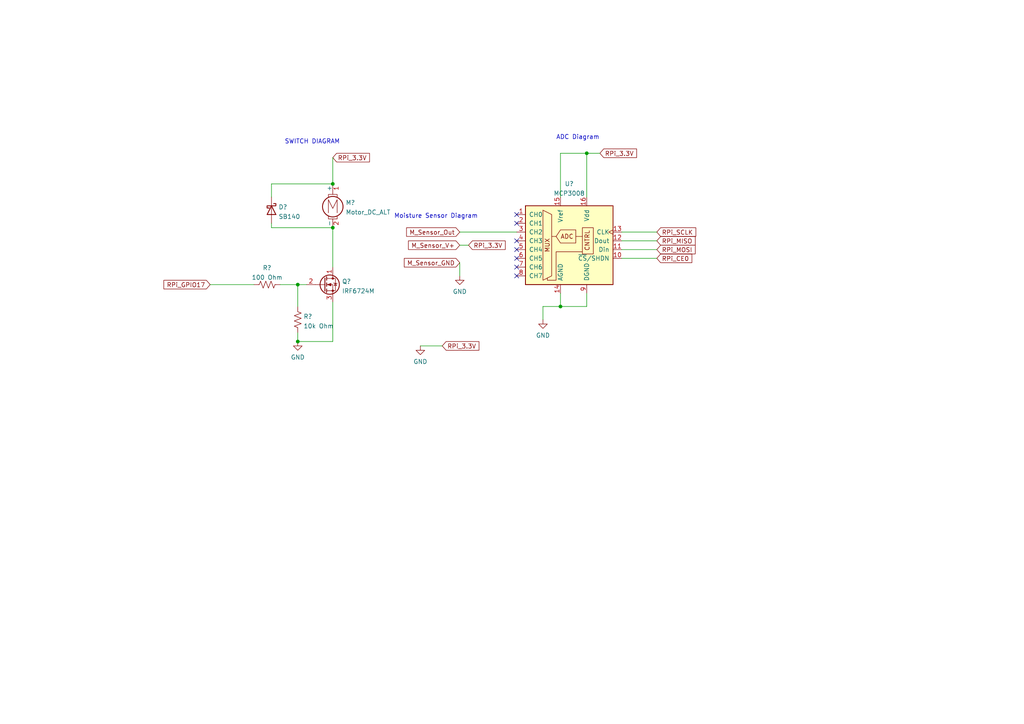
<source format=kicad_sch>
(kicad_sch (version 20210621) (generator eeschema)

  (uuid f9f7767b-19fc-42eb-9916-ed383b6f2aa2)

  (paper "A4")

  (lib_symbols
    (symbol "Analog_ADC:MCP3008" (pin_names (offset 1.016)) (in_bom yes) (on_board yes)
      (property "Reference" "U" (id 0) (at -5.08 13.335 0)
        (effects (font (size 1.27 1.27)) (justify right))
      )
      (property "Value" "MCP3008" (id 1) (at -5.08 11.43 0)
        (effects (font (size 1.27 1.27)) (justify right))
      )
      (property "Footprint" "" (id 2) (at 2.54 2.54 0)
        (effects (font (size 1.27 1.27)) hide)
      )
      (property "Datasheet" "http://ww1.microchip.com/downloads/en/DeviceDoc/21295d.pdf" (id 3) (at 2.54 2.54 0)
        (effects (font (size 1.27 1.27)) hide)
      )
      (property "ki_keywords" "12bit ADC Reference Single Supply SPI 8CH" (id 4) (at 0 0 0)
        (effects (font (size 1.27 1.27)) hide)
      )
      (property "ki_description" "A/D Converter, 10-Bit, 8-Channel, SPI Interface , 2.7V-5.5V" (id 5) (at 0 0 0)
        (effects (font (size 1.27 1.27)) hide)
      )
      (property "ki_fp_filters" "DIP*W7.62mm* SOIC*3.9x9.9mm*P1.27mm*" (id 6) (at 0 0 0)
        (effects (font (size 1.27 1.27)) hide)
      )
      (symbol "MCP3008_0_0"
        (text "ADC" (at -0.635 1.27 0)
          (effects (font (size 1.27 1.27)))
        )
        (text "CNTRL" (at 5.969 -2.921 900)
          (effects (font (size 1.27 1.27)) (justify left bottom))
        )
        (text "MUX" (at -6.35 -1.27 900)
          (effects (font (size 1.27 1.27)))
        )
      )
      (symbol "MCP3008_0_1"
        (rectangle (start 3.81 -3.81) (end 6.985 3.81)
          (stroke (width 0)) (fill (type none))
        )
        (rectangle (start 12.7 -12.7) (end -12.7 10.16)
          (stroke (width 0.254)) (fill (type background))
        )
        (polyline
          (pts
            (xy -3.81 1.27)
            (xy -5.08 1.27)
          )
          (stroke (width 0)) (fill (type none))
        )
        (polyline
          (pts
            (xy 1.905 1.27)
            (xy 3.81 1.27)
          )
          (stroke (width 0)) (fill (type none))
        )
        (polyline
          (pts
            (xy -7.62 8.89)
            (xy -7.62 -11.43)
            (xy -5.08 -10.16)
            (xy -5.08 7.62)
            (xy -7.62 8.89)
          )
          (stroke (width 0)) (fill (type none))
        )
        (polyline
          (pts
            (xy 3.81 -3.175)
            (xy -3.81 -3.175)
            (xy -3.81 -11.43)
            (xy -6.35 -11.43)
            (xy -6.35 -10.795)
          )
          (stroke (width 0)) (fill (type none))
        )
        (polyline
          (pts
            (xy 1.905 3.175)
            (xy 1.905 -0.635)
            (xy -2.54 -0.635)
            (xy -3.81 1.27)
            (xy -2.54 3.175)
            (xy 1.905 3.175)
          )
          (stroke (width 0)) (fill (type none))
        )
      )
      (symbol "MCP3008_1_1"
        (pin input line (at -15.24 7.62 0) (length 2.54)
          (name "CH0" (effects (font (size 1.27 1.27))))
          (number "1" (effects (font (size 1.27 1.27))))
        )
        (pin input line (at 15.24 -5.08 180) (length 2.54)
          (name "~{CS}/SHDN" (effects (font (size 1.27 1.27))))
          (number "10" (effects (font (size 1.27 1.27))))
        )
        (pin input line (at 15.24 -2.54 180) (length 2.54)
          (name "Din" (effects (font (size 1.27 1.27))))
          (number "11" (effects (font (size 1.27 1.27))))
        )
        (pin output line (at 15.24 0 180) (length 2.54)
          (name "Dout" (effects (font (size 1.27 1.27))))
          (number "12" (effects (font (size 1.27 1.27))))
        )
        (pin input clock (at 15.24 2.54 180) (length 2.54)
          (name "CLK" (effects (font (size 1.27 1.27))))
          (number "13" (effects (font (size 1.27 1.27))))
        )
        (pin power_in line (at -2.54 -15.24 90) (length 2.54)
          (name "AGND" (effects (font (size 1.27 1.27))))
          (number "14" (effects (font (size 1.27 1.27))))
        )
        (pin power_in line (at -2.54 12.7 270) (length 2.54)
          (name "Vref" (effects (font (size 1.27 1.27))))
          (number "15" (effects (font (size 1.27 1.27))))
        )
        (pin power_in line (at 5.08 12.7 270) (length 2.54)
          (name "Vdd" (effects (font (size 1.27 1.27))))
          (number "16" (effects (font (size 1.27 1.27))))
        )
        (pin input line (at -15.24 5.08 0) (length 2.54)
          (name "CH1" (effects (font (size 1.27 1.27))))
          (number "2" (effects (font (size 1.27 1.27))))
        )
        (pin input line (at -15.24 2.54 0) (length 2.54)
          (name "CH2" (effects (font (size 1.27 1.27))))
          (number "3" (effects (font (size 1.27 1.27))))
        )
        (pin input line (at -15.24 0 0) (length 2.54)
          (name "CH3" (effects (font (size 1.27 1.27))))
          (number "4" (effects (font (size 1.27 1.27))))
        )
        (pin input line (at -15.24 -2.54 0) (length 2.54)
          (name "CH4" (effects (font (size 1.27 1.27))))
          (number "5" (effects (font (size 1.27 1.27))))
        )
        (pin input line (at -15.24 -5.08 0) (length 2.54)
          (name "CH5" (effects (font (size 1.27 1.27))))
          (number "6" (effects (font (size 1.27 1.27))))
        )
        (pin input line (at -15.24 -7.62 0) (length 2.54)
          (name "CH6" (effects (font (size 1.27 1.27))))
          (number "7" (effects (font (size 1.27 1.27))))
        )
        (pin input line (at -15.24 -10.16 0) (length 2.54)
          (name "CH7" (effects (font (size 1.27 1.27))))
          (number "8" (effects (font (size 1.27 1.27))))
        )
        (pin power_in line (at 5.08 -15.24 90) (length 2.54)
          (name "DGND" (effects (font (size 1.27 1.27))))
          (number "9" (effects (font (size 1.27 1.27))))
        )
      )
    )
    (symbol "Device:R_US" (pin_numbers hide) (pin_names (offset 0)) (in_bom yes) (on_board yes)
      (property "Reference" "R" (id 0) (at 2.54 0 90)
        (effects (font (size 1.27 1.27)))
      )
      (property "Value" "R_US" (id 1) (at -2.54 0 90)
        (effects (font (size 1.27 1.27)))
      )
      (property "Footprint" "" (id 2) (at 1.016 -0.254 90)
        (effects (font (size 1.27 1.27)) hide)
      )
      (property "Datasheet" "~" (id 3) (at 0 0 0)
        (effects (font (size 1.27 1.27)) hide)
      )
      (property "ki_keywords" "R res resistor" (id 4) (at 0 0 0)
        (effects (font (size 1.27 1.27)) hide)
      )
      (property "ki_description" "Resistor, US symbol" (id 5) (at 0 0 0)
        (effects (font (size 1.27 1.27)) hide)
      )
      (property "ki_fp_filters" "R_*" (id 6) (at 0 0 0)
        (effects (font (size 1.27 1.27)) hide)
      )
      (symbol "R_US_0_1"
        (polyline
          (pts
            (xy 0 -2.286)
            (xy 0 -2.54)
          )
          (stroke (width 0)) (fill (type none))
        )
        (polyline
          (pts
            (xy 0 2.286)
            (xy 0 2.54)
          )
          (stroke (width 0)) (fill (type none))
        )
        (polyline
          (pts
            (xy 0 -0.762)
            (xy 1.016 -1.143)
            (xy 0 -1.524)
            (xy -1.016 -1.905)
            (xy 0 -2.286)
          )
          (stroke (width 0)) (fill (type none))
        )
        (polyline
          (pts
            (xy 0 0.762)
            (xy 1.016 0.381)
            (xy 0 0)
            (xy -1.016 -0.381)
            (xy 0 -0.762)
          )
          (stroke (width 0)) (fill (type none))
        )
        (polyline
          (pts
            (xy 0 2.286)
            (xy 1.016 1.905)
            (xy 0 1.524)
            (xy -1.016 1.143)
            (xy 0 0.762)
          )
          (stroke (width 0)) (fill (type none))
        )
      )
      (symbol "R_US_1_1"
        (pin passive line (at 0 3.81 270) (length 1.27)
          (name "~" (effects (font (size 1.27 1.27))))
          (number "1" (effects (font (size 1.27 1.27))))
        )
        (pin passive line (at 0 -3.81 90) (length 1.27)
          (name "~" (effects (font (size 1.27 1.27))))
          (number "2" (effects (font (size 1.27 1.27))))
        )
      )
    )
    (symbol "Diode:SB140" (pin_numbers hide) (pin_names (offset 1.016) hide) (in_bom yes) (on_board yes)
      (property "Reference" "D" (id 0) (at 0 2.54 0)
        (effects (font (size 1.27 1.27)))
      )
      (property "Value" "SB140" (id 1) (at 0 -2.54 0)
        (effects (font (size 1.27 1.27)))
      )
      (property "Footprint" "Diode_THT:D_DO-41_SOD81_P10.16mm_Horizontal" (id 2) (at 0 -4.445 0)
        (effects (font (size 1.27 1.27)) hide)
      )
      (property "Datasheet" "http://www.diodes.com/_files/datasheets/ds23022.pdf" (id 3) (at 0 0 0)
        (effects (font (size 1.27 1.27)) hide)
      )
      (property "ki_keywords" "diode Schottky" (id 4) (at 0 0 0)
        (effects (font (size 1.27 1.27)) hide)
      )
      (property "ki_description" "40V 1A Schottky Barrier Rectifier Diode, DO-41" (id 5) (at 0 0 0)
        (effects (font (size 1.27 1.27)) hide)
      )
      (property "ki_fp_filters" "D*DO?41*" (id 6) (at 0 0 0)
        (effects (font (size 1.27 1.27)) hide)
      )
      (symbol "SB140_0_1"
        (polyline
          (pts
            (xy 1.27 0)
            (xy -1.27 0)
          )
          (stroke (width 0)) (fill (type none))
        )
        (polyline
          (pts
            (xy 1.27 1.27)
            (xy 1.27 -1.27)
            (xy -1.27 0)
            (xy 1.27 1.27)
          )
          (stroke (width 0.254)) (fill (type none))
        )
        (polyline
          (pts
            (xy -1.905 0.635)
            (xy -1.905 1.27)
            (xy -1.27 1.27)
            (xy -1.27 -1.27)
            (xy -0.635 -1.27)
            (xy -0.635 -0.635)
          )
          (stroke (width 0.254)) (fill (type none))
        )
      )
      (symbol "SB140_1_1"
        (pin passive line (at -3.81 0 0) (length 2.54)
          (name "K" (effects (font (size 1.27 1.27))))
          (number "1" (effects (font (size 1.27 1.27))))
        )
        (pin passive line (at 3.81 0 180) (length 2.54)
          (name "A" (effects (font (size 1.27 1.27))))
          (number "2" (effects (font (size 1.27 1.27))))
        )
      )
    )
    (symbol "Motor:Motor_DC_ALT" (pin_names (offset 0)) (in_bom yes) (on_board yes)
      (property "Reference" "M" (id 0) (at 2.54 2.54 0)
        (effects (font (size 1.27 1.27)) (justify left))
      )
      (property "Value" "Motor_DC_ALT" (id 1) (at 2.54 -5.08 0)
        (effects (font (size 1.27 1.27)) (justify left top))
      )
      (property "Footprint" "" (id 2) (at 0 -2.286 0)
        (effects (font (size 1.27 1.27)) hide)
      )
      (property "Datasheet" "~" (id 3) (at 0 -2.286 0)
        (effects (font (size 1.27 1.27)) hide)
      )
      (property "ki_keywords" "DC Motor" (id 4) (at 0 0 0)
        (effects (font (size 1.27 1.27)) hide)
      )
      (property "ki_description" "DC Motor, alternative symbol" (id 5) (at 0 0 0)
        (effects (font (size 1.27 1.27)) hide)
      )
      (property "ki_fp_filters" "PinHeader*P2.54mm* TerminalBlock*" (id 6) (at 0 0 0)
        (effects (font (size 1.27 1.27)) hide)
      )
      (symbol "Motor_DC_ALT_0_0"
        (circle (center 0 -1.524) (radius 2.9718) (stroke (width 0.254)) (fill (type none)))
        (polyline
          (pts
            (xy -1.27 -4.318)
            (xy -1.27 -5.08)
            (xy 1.27 -5.08)
            (xy 1.27 -4.318)
          )
          (stroke (width 0)) (fill (type none))
        )
        (polyline
          (pts
            (xy -1.27 1.27)
            (xy -1.27 2.032)
            (xy 1.27 2.032)
            (xy 1.27 1.27)
          )
          (stroke (width 0)) (fill (type none))
        )
        (polyline
          (pts
            (xy -1.27 -3.302)
            (xy -1.27 0.508)
            (xy 0 -2.032)
            (xy 1.27 0.508)
            (xy 1.27 -3.302)
          )
          (stroke (width 0)) (fill (type none))
        )
      )
      (symbol "Motor_DC_ALT_0_1"
        (polyline
          (pts
            (xy 0 2.032)
            (xy 0 2.54)
          )
          (stroke (width 0)) (fill (type none))
        )
      )
      (symbol "Motor_DC_ALT_1_1"
        (pin passive line (at 0 5.08 270) (length 2.54)
          (name "+" (effects (font (size 1.27 1.27))))
          (number "1" (effects (font (size 1.27 1.27))))
        )
        (pin passive line (at 0 -7.62 90) (length 2.54)
          (name "-" (effects (font (size 1.27 1.27))))
          (number "2" (effects (font (size 1.27 1.27))))
        )
      )
    )
    (symbol "Transistor_FET:IRF6724M" (pin_names hide) (in_bom yes) (on_board yes)
      (property "Reference" "Q" (id 0) (at 5.08 1.905 0)
        (effects (font (size 1.27 1.27)) (justify left))
      )
      (property "Value" "IRF6724M" (id 1) (at 5.08 0 0)
        (effects (font (size 1.27 1.27)) (justify left))
      )
      (property "Footprint" "Package_DirectFET:DirectFET_MX" (id 2) (at 0 0 0)
        (effects (font (size 1.27 1.27) italic) hide)
      )
      (property "Datasheet" "https://www.infineon.com/dgdl/irf6724mpbf.pdf?fileId=5546d462533600a4015355ed51a01a94" (id 3) (at 0 0 0)
        (effects (font (size 1.27 1.27)) (justify left) hide)
      )
      (property "ki_keywords" "N-Channel MOSFET" (id 4) (at 0 0 0)
        (effects (font (size 1.27 1.27)) hide)
      )
      (property "ki_description" "27A Id, 30V Vds, 2.5mOhm Rds, N-Channel MOSFET, DirectFET MX" (id 5) (at 0 0 0)
        (effects (font (size 1.27 1.27)) hide)
      )
      (property "ki_fp_filters" "DirectFET*MX*" (id 6) (at 0 0 0)
        (effects (font (size 1.27 1.27)) hide)
      )
      (symbol "IRF6724M_0_1"
        (circle (center 1.651 0) (radius 2.794) (stroke (width 0.254)) (fill (type none)))
        (circle (center 2.54 -1.778) (radius 0.254) (stroke (width 0)) (fill (type outline)))
        (circle (center 2.54 1.778) (radius 0.254) (stroke (width 0)) (fill (type outline)))
        (polyline
          (pts
            (xy 0.254 0)
            (xy -2.54 0)
          )
          (stroke (width 0)) (fill (type none))
        )
        (polyline
          (pts
            (xy 0.254 1.905)
            (xy 0.254 -1.905)
          )
          (stroke (width 0.254)) (fill (type none))
        )
        (polyline
          (pts
            (xy 0.762 -1.27)
            (xy 0.762 -2.286)
          )
          (stroke (width 0.254)) (fill (type none))
        )
        (polyline
          (pts
            (xy 0.762 0.508)
            (xy 0.762 -0.508)
          )
          (stroke (width 0.254)) (fill (type none))
        )
        (polyline
          (pts
            (xy 0.762 2.286)
            (xy 0.762 1.27)
          )
          (stroke (width 0.254)) (fill (type none))
        )
        (polyline
          (pts
            (xy 2.54 2.54)
            (xy 2.54 1.778)
          )
          (stroke (width 0)) (fill (type none))
        )
        (polyline
          (pts
            (xy 2.54 -2.54)
            (xy 2.54 0)
            (xy 0.762 0)
          )
          (stroke (width 0)) (fill (type none))
        )
        (polyline
          (pts
            (xy 0.762 -1.778)
            (xy 3.302 -1.778)
            (xy 3.302 1.778)
            (xy 0.762 1.778)
          )
          (stroke (width 0)) (fill (type none))
        )
        (polyline
          (pts
            (xy 2.794 0.508)
            (xy 2.921 0.381)
            (xy 3.683 0.381)
            (xy 3.81 0.254)
          )
          (stroke (width 0)) (fill (type none))
        )
        (polyline
          (pts
            (xy 3.302 0.381)
            (xy 2.921 -0.254)
            (xy 3.683 -0.254)
            (xy 3.302 0.381)
          )
          (stroke (width 0)) (fill (type none))
        )
        (polyline
          (pts
            (xy 1.016 0)
            (xy 2.032 0.381)
            (xy 2.032 -0.381)
            (xy 1.016 0)
          )
          (stroke (width 0)) (fill (type outline))
        )
      )
      (symbol "IRF6724M_1_1"
        (pin passive line (at 2.54 5.08 270) (length 2.54)
          (name "D" (effects (font (size 1.27 1.27))))
          (number "1" (effects (font (size 1.27 1.27))))
        )
        (pin input line (at -5.08 0 0) (length 2.54)
          (name "G" (effects (font (size 1.27 1.27))))
          (number "2" (effects (font (size 1.27 1.27))))
        )
        (pin passive line (at 2.54 -5.08 90) (length 2.54)
          (name "S" (effects (font (size 1.27 1.27))))
          (number "3" (effects (font (size 1.27 1.27))))
        )
      )
    )
    (symbol "power:GND" (power) (pin_names (offset 0)) (in_bom yes) (on_board yes)
      (property "Reference" "#PWR" (id 0) (at 0 -6.35 0)
        (effects (font (size 1.27 1.27)) hide)
      )
      (property "Value" "GND" (id 1) (at 0 -3.81 0)
        (effects (font (size 1.27 1.27)))
      )
      (property "Footprint" "" (id 2) (at 0 0 0)
        (effects (font (size 1.27 1.27)) hide)
      )
      (property "Datasheet" "" (id 3) (at 0 0 0)
        (effects (font (size 1.27 1.27)) hide)
      )
      (property "ki_keywords" "power-flag" (id 4) (at 0 0 0)
        (effects (font (size 1.27 1.27)) hide)
      )
      (property "ki_description" "Power symbol creates a global label with name \"GND\" , ground" (id 5) (at 0 0 0)
        (effects (font (size 1.27 1.27)) hide)
      )
      (symbol "GND_0_1"
        (polyline
          (pts
            (xy 0 0)
            (xy 0 -1.27)
            (xy 1.27 -1.27)
            (xy 0 -2.54)
            (xy -1.27 -1.27)
            (xy 0 -1.27)
          )
          (stroke (width 0)) (fill (type none))
        )
      )
      (symbol "GND_1_1"
        (pin power_in line (at 0 0 270) (length 0) hide
          (name "GND" (effects (font (size 1.27 1.27))))
          (number "1" (effects (font (size 1.27 1.27))))
        )
      )
    )
  )

  (junction (at 86.36 82.55) (diameter 0) (color 0 0 0 0))
  (junction (at 86.36 99.06) (diameter 0) (color 0 0 0 0))
  (junction (at 96.52 53.34) (diameter 0) (color 0 0 0 0))
  (junction (at 96.52 66.04) (diameter 0) (color 0 0 0 0))
  (junction (at 162.56 88.9) (diameter 0) (color 0 0 0 0))
  (junction (at 170.18 44.45) (diameter 0) (color 0 0 0 0))

  (no_connect (at 149.86 62.23) (uuid 0a253e69-495a-4216-aca2-069b4365d458))
  (no_connect (at 149.86 64.77) (uuid 0a253e69-495a-4216-aca2-069b4365d458))
  (no_connect (at 149.86 69.85) (uuid 0a253e69-495a-4216-aca2-069b4365d458))
  (no_connect (at 149.86 72.39) (uuid 0a253e69-495a-4216-aca2-069b4365d458))
  (no_connect (at 149.86 74.93) (uuid 0a253e69-495a-4216-aca2-069b4365d458))
  (no_connect (at 149.86 77.47) (uuid 0a253e69-495a-4216-aca2-069b4365d458))
  (no_connect (at 149.86 80.01) (uuid 0a253e69-495a-4216-aca2-069b4365d458))

  (wire (pts (xy 60.96 82.55) (xy 73.66 82.55))
    (stroke (width 0) (type default) (color 0 0 0 0))
    (uuid a5b92ca7-e645-49cc-b8d4-7cd3bf0d1829)
  )
  (wire (pts (xy 78.74 53.34) (xy 96.52 53.34))
    (stroke (width 0) (type default) (color 0 0 0 0))
    (uuid 747603bd-13b2-4fd7-9ae0-c0f4249c53f2)
  )
  (wire (pts (xy 78.74 57.15) (xy 78.74 53.34))
    (stroke (width 0) (type default) (color 0 0 0 0))
    (uuid 747603bd-13b2-4fd7-9ae0-c0f4249c53f2)
  )
  (wire (pts (xy 78.74 66.04) (xy 78.74 64.77))
    (stroke (width 0) (type default) (color 0 0 0 0))
    (uuid 7370a2ed-7586-421e-9c65-e66740b950be)
  )
  (wire (pts (xy 81.28 82.55) (xy 86.36 82.55))
    (stroke (width 0) (type default) (color 0 0 0 0))
    (uuid 7e90c69f-00ec-4d0e-8cf7-9288ac08ac24)
  )
  (wire (pts (xy 86.36 82.55) (xy 86.36 88.9))
    (stroke (width 0) (type default) (color 0 0 0 0))
    (uuid 30f1749f-43c1-4619-b20b-c03a67ed5740)
  )
  (wire (pts (xy 86.36 82.55) (xy 88.9 82.55))
    (stroke (width 0) (type default) (color 0 0 0 0))
    (uuid 7e90c69f-00ec-4d0e-8cf7-9288ac08ac24)
  )
  (wire (pts (xy 86.36 96.52) (xy 86.36 99.06))
    (stroke (width 0) (type default) (color 0 0 0 0))
    (uuid 1e4bb722-43aa-46a3-ab47-4305276f2885)
  )
  (wire (pts (xy 96.52 45.72) (xy 96.52 53.34))
    (stroke (width 0) (type default) (color 0 0 0 0))
    (uuid e020c35a-9b8c-40da-9d51-4fc2ff2744a5)
  )
  (wire (pts (xy 96.52 66.04) (xy 78.74 66.04))
    (stroke (width 0) (type default) (color 0 0 0 0))
    (uuid 7370a2ed-7586-421e-9c65-e66740b950be)
  )
  (wire (pts (xy 96.52 66.04) (xy 96.52 77.47))
    (stroke (width 0) (type default) (color 0 0 0 0))
    (uuid a3f65b54-8acd-4681-a983-7227c6724c78)
  )
  (wire (pts (xy 96.52 87.63) (xy 96.52 99.06))
    (stroke (width 0) (type default) (color 0 0 0 0))
    (uuid 0b8e861e-746f-45a1-b2b2-0b41c9428edb)
  )
  (wire (pts (xy 96.52 99.06) (xy 86.36 99.06))
    (stroke (width 0) (type default) (color 0 0 0 0))
    (uuid 0b8e861e-746f-45a1-b2b2-0b41c9428edb)
  )
  (wire (pts (xy 121.92 100.33) (xy 128.27 100.33))
    (stroke (width 0) (type default) (color 0 0 0 0))
    (uuid d49c02b9-73d7-4e31-841a-6ca46b53fc2b)
  )
  (wire (pts (xy 133.35 67.31) (xy 149.86 67.31))
    (stroke (width 0) (type default) (color 0 0 0 0))
    (uuid 75a24d5b-26cd-49be-bfe3-7f41b9185010)
  )
  (wire (pts (xy 133.35 71.12) (xy 135.89 71.12))
    (stroke (width 0) (type default) (color 0 0 0 0))
    (uuid 7834915c-d0ad-4574-82eb-275f81765693)
  )
  (wire (pts (xy 133.35 76.2) (xy 133.35 80.01))
    (stroke (width 0) (type default) (color 0 0 0 0))
    (uuid f5eb41b5-16b1-428e-b645-78cfa14bc89b)
  )
  (wire (pts (xy 157.48 88.9) (xy 157.48 92.71))
    (stroke (width 0) (type default) (color 0 0 0 0))
    (uuid cfc7f5f5-057d-4981-b249-542a6edde9eb)
  )
  (wire (pts (xy 162.56 44.45) (xy 170.18 44.45))
    (stroke (width 0) (type default) (color 0 0 0 0))
    (uuid fecfb970-2796-4d9a-a06c-2cc9cf1ab2b7)
  )
  (wire (pts (xy 162.56 57.15) (xy 162.56 44.45))
    (stroke (width 0) (type default) (color 0 0 0 0))
    (uuid fecfb970-2796-4d9a-a06c-2cc9cf1ab2b7)
  )
  (wire (pts (xy 162.56 85.09) (xy 162.56 88.9))
    (stroke (width 0) (type default) (color 0 0 0 0))
    (uuid 5e86670f-fe81-487d-ac60-30228757c7c6)
  )
  (wire (pts (xy 162.56 88.9) (xy 157.48 88.9))
    (stroke (width 0) (type default) (color 0 0 0 0))
    (uuid cfc7f5f5-057d-4981-b249-542a6edde9eb)
  )
  (wire (pts (xy 170.18 44.45) (xy 170.18 57.15))
    (stroke (width 0) (type default) (color 0 0 0 0))
    (uuid 051ca2d8-3779-43dd-9690-178a33cb463c)
  )
  (wire (pts (xy 170.18 44.45) (xy 173.99 44.45))
    (stroke (width 0) (type default) (color 0 0 0 0))
    (uuid 0e87efae-b045-4edf-8cc7-b5a2aa851e1c)
  )
  (wire (pts (xy 170.18 85.09) (xy 170.18 88.9))
    (stroke (width 0) (type default) (color 0 0 0 0))
    (uuid cfc7f5f5-057d-4981-b249-542a6edde9eb)
  )
  (wire (pts (xy 170.18 88.9) (xy 162.56 88.9))
    (stroke (width 0) (type default) (color 0 0 0 0))
    (uuid cfc7f5f5-057d-4981-b249-542a6edde9eb)
  )
  (wire (pts (xy 180.34 67.31) (xy 190.5 67.31))
    (stroke (width 0) (type default) (color 0 0 0 0))
    (uuid b27458c5-796c-4ca4-a2de-5ea2c460dc44)
  )
  (wire (pts (xy 180.34 69.85) (xy 190.5 69.85))
    (stroke (width 0) (type default) (color 0 0 0 0))
    (uuid 08ebf1c5-a269-45a8-9e3b-bb5b6d89c08a)
  )
  (wire (pts (xy 180.34 72.39) (xy 190.5 72.39))
    (stroke (width 0) (type default) (color 0 0 0 0))
    (uuid fd275e07-57b6-4e42-b8f3-09aa07f31f52)
  )
  (wire (pts (xy 180.34 74.93) (xy 190.5 74.93))
    (stroke (width 0) (type default) (color 0 0 0 0))
    (uuid 05b86441-2981-44ea-98ee-2dd76fb3b684)
  )

  (text "SWITCH DIAGRAM\n" (at 82.55 41.91 0)
    (effects (font (size 1.27 1.27)) (justify left bottom))
    (uuid 24c7fcaf-e7a5-42c2-a98e-5fc64a7deb70)
  )
  (text "Moisture Sensor Diagram\n" (at 114.3 63.5 0)
    (effects (font (size 1.27 1.27)) (justify left bottom))
    (uuid ec4e8692-3398-45ec-aad0-d4129a001078)
  )
  (text "ADC Diagram\n" (at 161.29 40.64 0)
    (effects (font (size 1.27 1.27)) (justify left bottom))
    (uuid fb04ff78-47fe-4b82-a8d2-9dbcac82c29a)
  )

  (global_label "RPi_GPIO17" (shape input) (at 60.96 82.55 180) (fields_autoplaced)
    (effects (font (size 1.27 1.27)) (justify right))
    (uuid b7190a08-ac0d-4733-8658-77f3e27ddfd9)
    (property "Intersheet References" "${INTERSHEET_REFS}" (id 0) (at 47.6355 82.4706 0)
      (effects (font (size 1.27 1.27)) (justify right) hide)
    )
  )
  (global_label "RPi_3.3V" (shape input) (at 96.52 45.72 0) (fields_autoplaced)
    (effects (font (size 1.27 1.27)) (justify left))
    (uuid 333f67f1-90dd-49a3-880a-e01bf0d414f2)
    (property "Intersheet References" "${INTERSHEET_REFS}" (id 0) (at 107.0626 45.6406 0)
      (effects (font (size 1.27 1.27)) (justify left) hide)
    )
  )
  (global_label "RPi_3.3V" (shape input) (at 128.27 100.33 0) (fields_autoplaced)
    (effects (font (size 1.27 1.27)) (justify left))
    (uuid f8bb27cf-1762-4305-85f4-5078d5586113)
    (property "Intersheet References" "${INTERSHEET_REFS}" (id 0) (at 138.8126 100.2506 0)
      (effects (font (size 1.27 1.27)) (justify left) hide)
    )
  )
  (global_label "M_Sensor_Out" (shape input) (at 133.35 67.31 180) (fields_autoplaced)
    (effects (font (size 1.27 1.27)) (justify right))
    (uuid 4278733e-5407-4a8c-93b7-257a4729dca7)
    (property "Intersheet References" "${INTERSHEET_REFS}" (id 0) (at 118.0298 67.2306 0)
      (effects (font (size 1.27 1.27)) (justify right) hide)
    )
  )
  (global_label "M_Sensor_V+" (shape input) (at 133.35 71.12 180) (fields_autoplaced)
    (effects (font (size 1.27 1.27)) (justify right))
    (uuid 1b204475-9281-4c4d-baa0-f026356acc63)
    (property "Intersheet References" "${INTERSHEET_REFS}" (id 0) (at 118.5741 71.0406 0)
      (effects (font (size 1.27 1.27)) (justify right) hide)
    )
  )
  (global_label "M_Sensor_GND" (shape input) (at 133.35 76.2 180) (fields_autoplaced)
    (effects (font (size 1.27 1.27)) (justify right))
    (uuid 70fd5c68-8994-4e2c-b923-4f7dbfc10435)
    (property "Intersheet References" "${INTERSHEET_REFS}" (id 0) (at 117.3646 76.1206 0)
      (effects (font (size 1.27 1.27)) (justify right) hide)
    )
  )
  (global_label "RPi_3.3V" (shape input) (at 135.89 71.12 0) (fields_autoplaced)
    (effects (font (size 1.27 1.27)) (justify left))
    (uuid a559d7fc-697d-4899-8e38-3f02f43c55ba)
    (property "Intersheet References" "${INTERSHEET_REFS}" (id 0) (at 146.4326 71.0406 0)
      (effects (font (size 1.27 1.27)) (justify left) hide)
    )
  )
  (global_label "RPi_3.3V" (shape input) (at 173.99 44.45 0) (fields_autoplaced)
    (effects (font (size 1.27 1.27)) (justify left))
    (uuid 2b6d21d1-d54c-44b0-b1fb-fec1ebebe9b2)
    (property "Intersheet References" "${INTERSHEET_REFS}" (id 0) (at 184.5326 44.3706 0)
      (effects (font (size 1.27 1.27)) (justify left) hide)
    )
  )
  (global_label "RPi_SCLK" (shape input) (at 190.5 67.31 0) (fields_autoplaced)
    (effects (font (size 1.27 1.27)) (justify left))
    (uuid 3271d0ab-de97-4912-b056-39b0d9e6702d)
    (property "Intersheet References" "${INTERSHEET_REFS}" (id 0) (at 201.7078 67.2306 0)
      (effects (font (size 1.27 1.27)) (justify left) hide)
    )
  )
  (global_label "RPi_MISO" (shape input) (at 190.5 69.85 0) (fields_autoplaced)
    (effects (font (size 1.27 1.27)) (justify left))
    (uuid 4409b1f5-faff-4b13-b9fa-2312d24629b1)
    (property "Intersheet References" "${INTERSHEET_REFS}" (id 0) (at 201.5264 69.7706 0)
      (effects (font (size 1.27 1.27)) (justify left) hide)
    )
  )
  (global_label "RPi_MOSI" (shape input) (at 190.5 72.39 0) (fields_autoplaced)
    (effects (font (size 1.27 1.27)) (justify left))
    (uuid af263ee6-8c93-40b4-92dc-ce4e21bf0358)
    (property "Intersheet References" "${INTERSHEET_REFS}" (id 0) (at 201.5264 72.3106 0)
      (effects (font (size 1.27 1.27)) (justify left) hide)
    )
  )
  (global_label "RPi_CE0" (shape input) (at 190.5 74.93 0) (fields_autoplaced)
    (effects (font (size 1.27 1.27)) (justify left))
    (uuid e2a57de8-5b0b-45d2-9ce3-1284d2b77e03)
    (property "Intersheet References" "${INTERSHEET_REFS}" (id 0) (at 200.5588 74.8506 0)
      (effects (font (size 1.27 1.27)) (justify left) hide)
    )
  )

  (symbol (lib_id "power:GND") (at 86.36 99.06 0) (unit 1)
    (in_bom yes) (on_board yes) (fields_autoplaced)
    (uuid f4097ae7-55ee-4fa8-a168-089493fb82ab)
    (property "Reference" "#PWR?" (id 0) (at 86.36 105.41 0)
      (effects (font (size 1.27 1.27)) hide)
    )
    (property "Value" "GND" (id 1) (at 86.36 103.6226 0))
    (property "Footprint" "" (id 2) (at 86.36 99.06 0)
      (effects (font (size 1.27 1.27)) hide)
    )
    (property "Datasheet" "" (id 3) (at 86.36 99.06 0)
      (effects (font (size 1.27 1.27)) hide)
    )
    (pin "1" (uuid bfd8b151-c565-4d61-aaf3-2942b0db0300))
  )

  (symbol (lib_id "power:GND") (at 121.92 100.33 0) (unit 1)
    (in_bom yes) (on_board yes) (fields_autoplaced)
    (uuid 01e83131-7940-4a70-b789-cee830a9ac1b)
    (property "Reference" "#PWR?" (id 0) (at 121.92 106.68 0)
      (effects (font (size 1.27 1.27)) hide)
    )
    (property "Value" "GND" (id 1) (at 121.92 104.8926 0))
    (property "Footprint" "" (id 2) (at 121.92 100.33 0)
      (effects (font (size 1.27 1.27)) hide)
    )
    (property "Datasheet" "" (id 3) (at 121.92 100.33 0)
      (effects (font (size 1.27 1.27)) hide)
    )
    (pin "1" (uuid 4df8df60-450d-4d06-85a8-01a6d2cd2d9b))
  )

  (symbol (lib_id "power:GND") (at 133.35 80.01 0) (unit 1)
    (in_bom yes) (on_board yes) (fields_autoplaced)
    (uuid 49451a51-f8dc-4fdd-a8ab-cf63bc0a359e)
    (property "Reference" "#PWR?" (id 0) (at 133.35 86.36 0)
      (effects (font (size 1.27 1.27)) hide)
    )
    (property "Value" "GND" (id 1) (at 133.35 84.5726 0))
    (property "Footprint" "" (id 2) (at 133.35 80.01 0)
      (effects (font (size 1.27 1.27)) hide)
    )
    (property "Datasheet" "" (id 3) (at 133.35 80.01 0)
      (effects (font (size 1.27 1.27)) hide)
    )
    (pin "1" (uuid a4d3cc76-a584-4999-8e90-e87f99d9bc04))
  )

  (symbol (lib_id "power:GND") (at 157.48 92.71 0) (unit 1)
    (in_bom yes) (on_board yes) (fields_autoplaced)
    (uuid 684524c1-4ef8-4eb6-a752-7944db07b004)
    (property "Reference" "#PWR?" (id 0) (at 157.48 99.06 0)
      (effects (font (size 1.27 1.27)) hide)
    )
    (property "Value" "GND" (id 1) (at 157.48 97.2726 0))
    (property "Footprint" "" (id 2) (at 157.48 92.71 0)
      (effects (font (size 1.27 1.27)) hide)
    )
    (property "Datasheet" "" (id 3) (at 157.48 92.71 0)
      (effects (font (size 1.27 1.27)) hide)
    )
    (pin "1" (uuid 2e31a5af-a63e-4456-855c-95113ca24d1a))
  )

  (symbol (lib_id "Device:R_US") (at 77.47 82.55 90) (unit 1)
    (in_bom yes) (on_board yes) (fields_autoplaced)
    (uuid c290e059-ad25-4076-87a7-c68850688465)
    (property "Reference" "R?" (id 0) (at 77.47 77.6944 90))
    (property "Value" "100 Ohm" (id 1) (at 77.47 80.4695 90))
    (property "Footprint" "" (id 2) (at 77.724 81.534 90)
      (effects (font (size 1.27 1.27)) hide)
    )
    (property "Datasheet" "~" (id 3) (at 77.47 82.55 0)
      (effects (font (size 1.27 1.27)) hide)
    )
    (pin "1" (uuid 4dba4a02-04cf-403f-88c9-9d48f5d3e7b7))
    (pin "2" (uuid 73770d6e-f8cb-41f2-8801-8e55305f52c9))
  )

  (symbol (lib_id "Device:R_US") (at 86.36 92.71 0) (unit 1)
    (in_bom yes) (on_board yes) (fields_autoplaced)
    (uuid dacd8dc7-6899-456d-9034-aca0311ab5ca)
    (property "Reference" "R?" (id 0) (at 88.0111 91.8015 0)
      (effects (font (size 1.27 1.27)) (justify left))
    )
    (property "Value" "10k Ohm" (id 1) (at 88.0111 94.5766 0)
      (effects (font (size 1.27 1.27)) (justify left))
    )
    (property "Footprint" "" (id 2) (at 87.376 92.964 90)
      (effects (font (size 1.27 1.27)) hide)
    )
    (property "Datasheet" "~" (id 3) (at 86.36 92.71 0)
      (effects (font (size 1.27 1.27)) hide)
    )
    (pin "1" (uuid 4b7e24d7-2eba-4f1b-a1e1-9d59ffe75613))
    (pin "2" (uuid 8fb8450f-cd6b-4909-89c1-dfcd5e7e8ab6))
  )

  (symbol (lib_id "Diode:SB140") (at 78.74 60.96 270) (unit 1)
    (in_bom yes) (on_board yes) (fields_autoplaced)
    (uuid 448afc4e-c4de-4b6c-89d4-0f603877197b)
    (property "Reference" "D?" (id 0) (at 80.7721 60.0515 90)
      (effects (font (size 1.27 1.27)) (justify left))
    )
    (property "Value" "SB140" (id 1) (at 80.7721 62.8266 90)
      (effects (font (size 1.27 1.27)) (justify left))
    )
    (property "Footprint" "Diode_THT:D_DO-41_SOD81_P10.16mm_Horizontal" (id 2) (at 74.295 60.96 0)
      (effects (font (size 1.27 1.27)) hide)
    )
    (property "Datasheet" "http://www.diodes.com/_files/datasheets/ds23022.pdf" (id 3) (at 78.74 60.96 0)
      (effects (font (size 1.27 1.27)) hide)
    )
    (pin "1" (uuid ec96f598-2e53-438c-861d-cb776b09044f))
    (pin "2" (uuid da119fa3-63f6-47bc-9d4f-273746c4ccc0))
  )

  (symbol (lib_id "Motor:Motor_DC_ALT") (at 96.52 58.42 0) (unit 1)
    (in_bom yes) (on_board yes) (fields_autoplaced)
    (uuid 8b208dad-7eff-48d5-94fb-0107ad107e19)
    (property "Reference" "M?" (id 0) (at 100.2539 58.7815 0)
      (effects (font (size 1.27 1.27)) (justify left))
    )
    (property "Value" "Motor_DC_ALT" (id 1) (at 100.2539 61.5566 0)
      (effects (font (size 1.27 1.27)) (justify left))
    )
    (property "Footprint" "" (id 2) (at 96.52 60.706 0)
      (effects (font (size 1.27 1.27)) hide)
    )
    (property "Datasheet" "~" (id 3) (at 96.52 60.706 0)
      (effects (font (size 1.27 1.27)) hide)
    )
    (pin "1" (uuid 34a4356a-cea5-462a-a1c5-3a74c43bbdad))
    (pin "2" (uuid 9a2bac10-c1c7-49f4-8fec-a022be162fa6))
  )

  (symbol (lib_id "Transistor_FET:IRF6724M") (at 93.98 82.55 0) (unit 1)
    (in_bom yes) (on_board yes) (fields_autoplaced)
    (uuid 3b36fb2d-a2f1-4939-9c87-4ed57d3bc87c)
    (property "Reference" "Q?" (id 0) (at 99.1871 81.6415 0)
      (effects (font (size 1.27 1.27)) (justify left))
    )
    (property "Value" "IRF6724M" (id 1) (at 99.1871 84.4166 0)
      (effects (font (size 1.27 1.27)) (justify left))
    )
    (property "Footprint" "Package_DirectFET:DirectFET_MX" (id 2) (at 93.98 82.55 0)
      (effects (font (size 1.27 1.27) italic) hide)
    )
    (property "Datasheet" "https://www.infineon.com/dgdl/irf6724mpbf.pdf?fileId=5546d462533600a4015355ed51a01a94" (id 3) (at 93.98 82.55 0)
      (effects (font (size 1.27 1.27)) (justify left) hide)
    )
    (pin "1" (uuid ed68c5df-f150-44df-a84c-0a5af162a585))
    (pin "2" (uuid 1eb32575-475b-4425-b376-bd6e1b70723f))
    (pin "3" (uuid 96ebab7b-0fb5-4731-9db9-6e12f0dfd31c))
  )

  (symbol (lib_id "Analog_ADC:MCP3008") (at 165.1 69.85 0) (unit 1)
    (in_bom yes) (on_board yes) (fields_autoplaced)
    (uuid bc5c40d1-a8ff-4ef8-91ea-19fea264d870)
    (property "Reference" "U?" (id 0) (at 165.1 53.3104 0))
    (property "Value" "MCP3008" (id 1) (at 165.1 56.0855 0))
    (property "Footprint" "" (id 2) (at 167.64 67.31 0)
      (effects (font (size 1.27 1.27)) hide)
    )
    (property "Datasheet" "http://ww1.microchip.com/downloads/en/DeviceDoc/21295d.pdf" (id 3) (at 167.64 67.31 0)
      (effects (font (size 1.27 1.27)) hide)
    )
    (pin "1" (uuid 97ef72e7-f530-4c70-b516-38ba128af58f))
    (pin "10" (uuid 80d5477a-0d68-4ee4-b5ef-b0aa8710a583))
    (pin "11" (uuid ffed0d51-c4c7-48c7-8b72-886235dbdac9))
    (pin "12" (uuid 103ec70b-d9fd-4479-8770-458643aecc0c))
    (pin "13" (uuid 5d794204-d296-4f84-9546-a64c884d2743))
    (pin "14" (uuid d15715fb-2875-4d90-9324-3eacaf28388b))
    (pin "15" (uuid 26d2afed-4e25-4ed5-b59c-2fcbf2d20879))
    (pin "16" (uuid 5d1522c2-2b0d-4a94-9840-1a16a1aeddae))
    (pin "2" (uuid 80b7b4a3-1390-4525-9bfa-33340b1ebc0d))
    (pin "3" (uuid 8a10af82-e080-4200-86a8-170f83b0f584))
    (pin "4" (uuid 1d45f74e-73ae-43f8-9025-5f29dbfb09ea))
    (pin "5" (uuid 87f75c60-d712-449d-8f99-f1b5c360f8be))
    (pin "6" (uuid a5cc86c9-f236-4dec-8d4b-0cc92eac2eaa))
    (pin "7" (uuid 374e6a4a-4ad0-4c28-98be-a02f828cbf64))
    (pin "8" (uuid 6e6213c3-71b8-4f87-a416-de362a6ef41e))
    (pin "9" (uuid 374f05e7-e096-44cc-b375-a6cd2cae2be1))
  )

  (sheet_instances
    (path "/" (page "1"))
  )

  (symbol_instances
    (path "/01e83131-7940-4a70-b789-cee830a9ac1b"
      (reference "#PWR?") (unit 1) (value "GND") (footprint "")
    )
    (path "/49451a51-f8dc-4fdd-a8ab-cf63bc0a359e"
      (reference "#PWR?") (unit 1) (value "GND") (footprint "")
    )
    (path "/684524c1-4ef8-4eb6-a752-7944db07b004"
      (reference "#PWR?") (unit 1) (value "GND") (footprint "")
    )
    (path "/f4097ae7-55ee-4fa8-a168-089493fb82ab"
      (reference "#PWR?") (unit 1) (value "GND") (footprint "")
    )
    (path "/448afc4e-c4de-4b6c-89d4-0f603877197b"
      (reference "D?") (unit 1) (value "SB140") (footprint "Diode_THT:D_DO-41_SOD81_P10.16mm_Horizontal")
    )
    (path "/8b208dad-7eff-48d5-94fb-0107ad107e19"
      (reference "M?") (unit 1) (value "Motor_DC_ALT") (footprint "")
    )
    (path "/3b36fb2d-a2f1-4939-9c87-4ed57d3bc87c"
      (reference "Q?") (unit 1) (value "IRF6724M") (footprint "Package_DirectFET:DirectFET_MX")
    )
    (path "/c290e059-ad25-4076-87a7-c68850688465"
      (reference "R?") (unit 1) (value "100 Ohm") (footprint "")
    )
    (path "/dacd8dc7-6899-456d-9034-aca0311ab5ca"
      (reference "R?") (unit 1) (value "10k Ohm") (footprint "")
    )
    (path "/bc5c40d1-a8ff-4ef8-91ea-19fea264d870"
      (reference "U?") (unit 1) (value "MCP3008") (footprint "")
    )
  )
)

</source>
